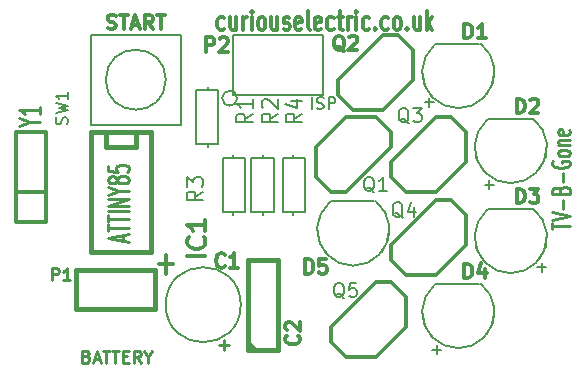
<source format=gto>
G04 #@! TF.GenerationSoftware,KiCad,Pcbnew,(5.1.0)-1*
G04 #@! TF.CreationDate,2020-04-07T09:07:39+01:00*
G04 #@! TF.ProjectId,TV_B_Gone_ML_v1_2,54565f42-5f47-46f6-9e65-5f4d4c5f7631,rev?*
G04 #@! TF.SameCoordinates,Original*
G04 #@! TF.FileFunction,Legend,Top*
G04 #@! TF.FilePolarity,Positive*
%FSLAX46Y46*%
G04 Gerber Fmt 4.6, Leading zero omitted, Abs format (unit mm)*
G04 Created by KiCad (PCBNEW (5.1.0)-1) date 2020-04-07 09:07:39*
%MOMM*%
%LPD*%
G04 APERTURE LIST*
%ADD10C,0.304800*%
%ADD11C,0.300000*%
%ADD12C,0.250190*%
%ADD13C,0.251460*%
%ADD14C,0.127000*%
%ADD15C,0.381000*%
%ADD16C,0.200000*%
%ADD17C,0.285750*%
%ADD18C,0.287020*%
%ADD19C,0.254000*%
%ADD20C,0.150000*%
%ADD21C,0.203200*%
%ADD22C,0.269240*%
G04 APERTURE END LIST*
D10*
X52759428Y-77869142D02*
X53920571Y-77869142D01*
X53340000Y-78643238D02*
X53340000Y-77095047D01*
D11*
X58287714Y-57924619D02*
X58173428Y-58000809D01*
X57944857Y-58000809D01*
X57830571Y-57924619D01*
X57773428Y-57848428D01*
X57716285Y-57696047D01*
X57716285Y-57238904D01*
X57773428Y-57086523D01*
X57830571Y-57010333D01*
X57944857Y-56934142D01*
X58173428Y-56934142D01*
X58287714Y-57010333D01*
X59316285Y-56934142D02*
X59316285Y-58000809D01*
X58802000Y-56934142D02*
X58802000Y-57772238D01*
X58859142Y-57924619D01*
X58973428Y-58000809D01*
X59144857Y-58000809D01*
X59259142Y-57924619D01*
X59316285Y-57848428D01*
X59887714Y-58000809D02*
X59887714Y-56934142D01*
X59887714Y-57238904D02*
X59944857Y-57086523D01*
X60002000Y-57010333D01*
X60116285Y-56934142D01*
X60230571Y-56934142D01*
X60630571Y-58000809D02*
X60630571Y-56934142D01*
X60630571Y-56400809D02*
X60573428Y-56477000D01*
X60630571Y-56553190D01*
X60687714Y-56477000D01*
X60630571Y-56400809D01*
X60630571Y-56553190D01*
X61373428Y-58000809D02*
X61259142Y-57924619D01*
X61202000Y-57848428D01*
X61144857Y-57696047D01*
X61144857Y-57238904D01*
X61202000Y-57086523D01*
X61259142Y-57010333D01*
X61373428Y-56934142D01*
X61544857Y-56934142D01*
X61659142Y-57010333D01*
X61716285Y-57086523D01*
X61773428Y-57238904D01*
X61773428Y-57696047D01*
X61716285Y-57848428D01*
X61659142Y-57924619D01*
X61544857Y-58000809D01*
X61373428Y-58000809D01*
X62802000Y-56934142D02*
X62802000Y-58000809D01*
X62287714Y-56934142D02*
X62287714Y-57772238D01*
X62344857Y-57924619D01*
X62459142Y-58000809D01*
X62630571Y-58000809D01*
X62744857Y-57924619D01*
X62802000Y-57848428D01*
X63316285Y-57924619D02*
X63430571Y-58000809D01*
X63659142Y-58000809D01*
X63773428Y-57924619D01*
X63830571Y-57772238D01*
X63830571Y-57696047D01*
X63773428Y-57543666D01*
X63659142Y-57467476D01*
X63487714Y-57467476D01*
X63373428Y-57391285D01*
X63316285Y-57238904D01*
X63316285Y-57162714D01*
X63373428Y-57010333D01*
X63487714Y-56934142D01*
X63659142Y-56934142D01*
X63773428Y-57010333D01*
X64802000Y-57924619D02*
X64687714Y-58000809D01*
X64459142Y-58000809D01*
X64344857Y-57924619D01*
X64287714Y-57772238D01*
X64287714Y-57162714D01*
X64344857Y-57010333D01*
X64459142Y-56934142D01*
X64687714Y-56934142D01*
X64802000Y-57010333D01*
X64859142Y-57162714D01*
X64859142Y-57315095D01*
X64287714Y-57467476D01*
X65544857Y-58000809D02*
X65430571Y-57924619D01*
X65373428Y-57772238D01*
X65373428Y-56400809D01*
X66459142Y-57924619D02*
X66344857Y-58000809D01*
X66116285Y-58000809D01*
X66002000Y-57924619D01*
X65944857Y-57772238D01*
X65944857Y-57162714D01*
X66002000Y-57010333D01*
X66116285Y-56934142D01*
X66344857Y-56934142D01*
X66459142Y-57010333D01*
X66516285Y-57162714D01*
X66516285Y-57315095D01*
X65944857Y-57467476D01*
X67544857Y-57924619D02*
X67430571Y-58000809D01*
X67202000Y-58000809D01*
X67087714Y-57924619D01*
X67030571Y-57848428D01*
X66973428Y-57696047D01*
X66973428Y-57238904D01*
X67030571Y-57086523D01*
X67087714Y-57010333D01*
X67202000Y-56934142D01*
X67430571Y-56934142D01*
X67544857Y-57010333D01*
X67887714Y-56934142D02*
X68344857Y-56934142D01*
X68059142Y-56400809D02*
X68059142Y-57772238D01*
X68116285Y-57924619D01*
X68230571Y-58000809D01*
X68344857Y-58000809D01*
X68744857Y-58000809D02*
X68744857Y-56934142D01*
X68744857Y-57238904D02*
X68802000Y-57086523D01*
X68859142Y-57010333D01*
X68973428Y-56934142D01*
X69087714Y-56934142D01*
X69487714Y-58000809D02*
X69487714Y-56934142D01*
X69487714Y-56400809D02*
X69430571Y-56477000D01*
X69487714Y-56553190D01*
X69544857Y-56477000D01*
X69487714Y-56400809D01*
X69487714Y-56553190D01*
X70573428Y-57924619D02*
X70459142Y-58000809D01*
X70230571Y-58000809D01*
X70116285Y-57924619D01*
X70059142Y-57848428D01*
X70002000Y-57696047D01*
X70002000Y-57238904D01*
X70059142Y-57086523D01*
X70116285Y-57010333D01*
X70230571Y-56934142D01*
X70459142Y-56934142D01*
X70573428Y-57010333D01*
X71087714Y-57848428D02*
X71144857Y-57924619D01*
X71087714Y-58000809D01*
X71030571Y-57924619D01*
X71087714Y-57848428D01*
X71087714Y-58000809D01*
X72173428Y-57924619D02*
X72059142Y-58000809D01*
X71830571Y-58000809D01*
X71716285Y-57924619D01*
X71659142Y-57848428D01*
X71602000Y-57696047D01*
X71602000Y-57238904D01*
X71659142Y-57086523D01*
X71716285Y-57010333D01*
X71830571Y-56934142D01*
X72059142Y-56934142D01*
X72173428Y-57010333D01*
X72859142Y-58000809D02*
X72744857Y-57924619D01*
X72687714Y-57848428D01*
X72630571Y-57696047D01*
X72630571Y-57238904D01*
X72687714Y-57086523D01*
X72744857Y-57010333D01*
X72859142Y-56934142D01*
X73030571Y-56934142D01*
X73144857Y-57010333D01*
X73202000Y-57086523D01*
X73259142Y-57238904D01*
X73259142Y-57696047D01*
X73202000Y-57848428D01*
X73144857Y-57924619D01*
X73030571Y-58000809D01*
X72859142Y-58000809D01*
X73773428Y-57848428D02*
X73830571Y-57924619D01*
X73773428Y-58000809D01*
X73716285Y-57924619D01*
X73773428Y-57848428D01*
X73773428Y-58000809D01*
X74859142Y-56934142D02*
X74859142Y-58000809D01*
X74344857Y-56934142D02*
X74344857Y-57772238D01*
X74402000Y-57924619D01*
X74516285Y-58000809D01*
X74687714Y-58000809D01*
X74802000Y-57924619D01*
X74859142Y-57848428D01*
X75430571Y-58000809D02*
X75430571Y-56400809D01*
X75544857Y-57391285D02*
X75887714Y-58000809D01*
X75887714Y-56934142D02*
X75430571Y-57543666D01*
D12*
X86045947Y-74900971D02*
X86045947Y-74329108D01*
X87547087Y-74615040D02*
X86045947Y-74615040D01*
X86045947Y-74138487D02*
X87547087Y-73804900D01*
X86045947Y-73471314D01*
X86975224Y-73137727D02*
X86975224Y-72375243D01*
X86760775Y-71565104D02*
X86832258Y-71422139D01*
X86903741Y-71374483D01*
X87046707Y-71326828D01*
X87261155Y-71326828D01*
X87404121Y-71374483D01*
X87475604Y-71422139D01*
X87547087Y-71517449D01*
X87547087Y-71898691D01*
X86045947Y-71898691D01*
X86045947Y-71565104D01*
X86117430Y-71469794D01*
X86188912Y-71422139D01*
X86331878Y-71374483D01*
X86474844Y-71374483D01*
X86617810Y-71422139D01*
X86689292Y-71469794D01*
X86760775Y-71565104D01*
X86760775Y-71898691D01*
X86975224Y-70897931D02*
X86975224Y-70135447D01*
X86117430Y-69134687D02*
X86045947Y-69229998D01*
X86045947Y-69372963D01*
X86117430Y-69515929D01*
X86260395Y-69611240D01*
X86403361Y-69658895D01*
X86689292Y-69706550D01*
X86903741Y-69706550D01*
X87189672Y-69658895D01*
X87332638Y-69611240D01*
X87475604Y-69515929D01*
X87547087Y-69372963D01*
X87547087Y-69277653D01*
X87475604Y-69134687D01*
X87404121Y-69087032D01*
X86903741Y-69087032D01*
X86903741Y-69277653D01*
X87547087Y-68515169D02*
X87475604Y-68610480D01*
X87404121Y-68658135D01*
X87261155Y-68705790D01*
X86832258Y-68705790D01*
X86689292Y-68658135D01*
X86617810Y-68610480D01*
X86546327Y-68515169D01*
X86546327Y-68372203D01*
X86617810Y-68276893D01*
X86689292Y-68229238D01*
X86832258Y-68181582D01*
X87261155Y-68181582D01*
X87404121Y-68229238D01*
X87475604Y-68276893D01*
X87547087Y-68372203D01*
X87547087Y-68515169D01*
X86546327Y-67752685D02*
X87547087Y-67752685D01*
X86689292Y-67752685D02*
X86617810Y-67705030D01*
X86546327Y-67609720D01*
X86546327Y-67466754D01*
X86617810Y-67371443D01*
X86760775Y-67323788D01*
X87547087Y-67323788D01*
X87475604Y-66465994D02*
X87547087Y-66561304D01*
X87547087Y-66751925D01*
X87475604Y-66847236D01*
X87332638Y-66894891D01*
X86760775Y-66894891D01*
X86617810Y-66847236D01*
X86546327Y-66751925D01*
X86546327Y-66561304D01*
X86617810Y-66465994D01*
X86760775Y-66418339D01*
X86903741Y-66418339D01*
X87046707Y-66894891D01*
D13*
D14*
X59690000Y-81280000D02*
G75*
G03X59690000Y-81280000I-3175000J0D01*
G01*
D15*
X60325000Y-85090000D02*
X62865000Y-85090000D01*
X62865000Y-85090000D02*
X62865000Y-77470000D01*
X62865000Y-77470000D02*
X60325000Y-77470000D01*
X60325000Y-77470000D02*
X60325000Y-85090000D01*
D10*
X60960000Y-85090000D02*
X60325000Y-84455000D01*
D16*
X67310000Y-72517000D02*
X67183000Y-72644000D01*
X67310000Y-72517000D02*
X70993000Y-72517000D01*
X71628000Y-76835000D02*
G75*
G03X71120000Y-72517000I-2413000J1905000D01*
G01*
X67183000Y-72644000D02*
G75*
G03X66929000Y-76962000I2032000J-2286000D01*
G01*
X69215000Y-77978000D02*
G75*
G03X72263000Y-74930000I0J3048000D01*
G01*
X66167000Y-74930000D02*
G75*
G03X69215000Y-77978000I3048000J0D01*
G01*
D15*
X50800000Y-66675000D02*
X50800000Y-67945000D01*
X50800000Y-67945000D02*
X48260000Y-67945000D01*
X48260000Y-67945000D02*
X48260000Y-66675000D01*
X52070000Y-66675000D02*
X52070000Y-76835000D01*
X52070000Y-76835000D02*
X46990000Y-76835000D01*
X46990000Y-76835000D02*
X46990000Y-66675000D01*
X46990000Y-66675000D02*
X52070000Y-66675000D01*
X52451000Y-78359000D02*
X45720000Y-78359000D01*
X45720000Y-78359000D02*
X45720000Y-81661000D01*
X45720000Y-81661000D02*
X52451000Y-81661000D01*
X52451000Y-81661000D02*
X52451000Y-78359000D01*
X45720000Y-81661000D02*
X45720000Y-78359000D01*
X52451000Y-78359000D02*
X52451000Y-81661000D01*
D16*
X59390000Y-63800000D02*
G75*
G03X59390000Y-63800000I-635000J0D01*
G01*
X59055000Y-58420000D02*
X66675000Y-58420000D01*
X66675000Y-58420000D02*
X66675000Y-63500000D01*
X66675000Y-63500000D02*
X59055000Y-63500000D01*
X59055000Y-63500000D02*
X59055000Y-58420000D01*
D10*
X68580000Y-71755000D02*
X72390000Y-67945000D01*
X72390000Y-67945000D02*
X72390000Y-66675000D01*
X72390000Y-66675000D02*
X71120000Y-65405000D01*
X71120000Y-65405000D02*
X68580000Y-65405000D01*
X68580000Y-65405000D02*
X66040000Y-67945000D01*
X66040000Y-67945000D02*
X66040000Y-70485000D01*
X66040000Y-70485000D02*
X67310000Y-71755000D01*
X67310000Y-71755000D02*
X68580000Y-71755000D01*
X71755000Y-58420000D02*
X67945000Y-62230000D01*
X67945000Y-62230000D02*
X67945000Y-63500000D01*
X67945000Y-63500000D02*
X69215000Y-64770000D01*
X69215000Y-64770000D02*
X71755000Y-64770000D01*
X71755000Y-64770000D02*
X74295000Y-62230000D01*
X74295000Y-62230000D02*
X74295000Y-59690000D01*
X74295000Y-59690000D02*
X73025000Y-58420000D01*
X73025000Y-58420000D02*
X71755000Y-58420000D01*
X76200000Y-65405000D02*
X72390000Y-69215000D01*
X72390000Y-69215000D02*
X72390000Y-70485000D01*
X72390000Y-70485000D02*
X73660000Y-71755000D01*
X73660000Y-71755000D02*
X76200000Y-71755000D01*
X76200000Y-71755000D02*
X78740000Y-69215000D01*
X78740000Y-69215000D02*
X78740000Y-66675000D01*
X78740000Y-66675000D02*
X77470000Y-65405000D01*
X77470000Y-65405000D02*
X76200000Y-65405000D01*
X76200000Y-72390000D02*
X72390000Y-76200000D01*
X72390000Y-76200000D02*
X72390000Y-77470000D01*
X72390000Y-77470000D02*
X73660000Y-78740000D01*
X73660000Y-78740000D02*
X76200000Y-78740000D01*
X76200000Y-78740000D02*
X78740000Y-76200000D01*
X78740000Y-76200000D02*
X78740000Y-73660000D01*
X78740000Y-73660000D02*
X77470000Y-72390000D01*
X77470000Y-72390000D02*
X76200000Y-72390000D01*
X71120000Y-79375000D02*
X67310000Y-83185000D01*
X67310000Y-83185000D02*
X67310000Y-84455000D01*
X67310000Y-84455000D02*
X68580000Y-85725000D01*
X68580000Y-85725000D02*
X71120000Y-85725000D01*
X71120000Y-85725000D02*
X73660000Y-83185000D01*
X73660000Y-83185000D02*
X73660000Y-80645000D01*
X73660000Y-80645000D02*
X72390000Y-79375000D01*
X72390000Y-79375000D02*
X71120000Y-79375000D01*
D16*
X59055000Y-68834000D02*
X59055000Y-68580000D01*
X59055000Y-73406000D02*
X59055000Y-73660000D01*
X60071000Y-68834000D02*
X58166000Y-68834000D01*
X58166000Y-68834000D02*
X58166000Y-73406000D01*
X58166000Y-73406000D02*
X60071000Y-73406000D01*
X60071000Y-73406000D02*
X60071000Y-68834000D01*
X61595000Y-73406000D02*
X61595000Y-73660000D01*
X61595000Y-68834000D02*
X61595000Y-68580000D01*
X60579000Y-73406000D02*
X62484000Y-73406000D01*
X62484000Y-73406000D02*
X62484000Y-68834000D01*
X62484000Y-68834000D02*
X60579000Y-68834000D01*
X60579000Y-68834000D02*
X60579000Y-73406000D01*
X56896000Y-67691000D02*
X56896000Y-67945000D01*
X56896000Y-63119000D02*
X56896000Y-62865000D01*
X55880000Y-67691000D02*
X57785000Y-67691000D01*
X57785000Y-67691000D02*
X57785000Y-63119000D01*
X57785000Y-63119000D02*
X55880000Y-63119000D01*
X55880000Y-63119000D02*
X55880000Y-67691000D01*
X64135000Y-68834000D02*
X64135000Y-68580000D01*
X64135000Y-73406000D02*
X64135000Y-73660000D01*
X65151000Y-68834000D02*
X63246000Y-68834000D01*
X63246000Y-68834000D02*
X63246000Y-73406000D01*
X63246000Y-73406000D02*
X65151000Y-73406000D01*
X65151000Y-73406000D02*
X65151000Y-68834000D01*
D14*
X53340000Y-62230000D02*
G75*
G03X53340000Y-62230000I-2540000J0D01*
G01*
X46990000Y-58420000D02*
X54610000Y-58420000D01*
X54610000Y-58420000D02*
X54610000Y-66040000D01*
X54610000Y-66040000D02*
X46990000Y-66040000D01*
X46990000Y-58420000D02*
X46990000Y-66040000D01*
D10*
X43180000Y-74295000D02*
X40640000Y-74295000D01*
X40640000Y-74295000D02*
X40640000Y-66675000D01*
X40640000Y-66675000D02*
X43180000Y-66675000D01*
X43180000Y-66675000D02*
X43180000Y-74295000D01*
X40640000Y-71755000D02*
X43180000Y-71755000D01*
D16*
X76200000Y-79502000D02*
X76073000Y-79629000D01*
X76200000Y-79502000D02*
X79883000Y-79502000D01*
X80518000Y-83820000D02*
G75*
G03X80010000Y-79502000I-2413000J1905000D01*
G01*
X76073000Y-79629000D02*
G75*
G03X75819000Y-83947000I2032000J-2286000D01*
G01*
X78105000Y-84963000D02*
G75*
G03X81153000Y-81915000I0J3048000D01*
G01*
X75057000Y-81915000D02*
G75*
G03X78105000Y-84963000I3048000J0D01*
G01*
X80645000Y-73152000D02*
X80518000Y-73279000D01*
X80645000Y-73152000D02*
X84328000Y-73152000D01*
X84963000Y-77470000D02*
G75*
G03X84455000Y-73152000I-2413000J1905000D01*
G01*
X80518000Y-73279000D02*
G75*
G03X80264000Y-77597000I2032000J-2286000D01*
G01*
X82550000Y-78613000D02*
G75*
G03X85598000Y-75565000I0J3048000D01*
G01*
X79502000Y-75565000D02*
G75*
G03X82550000Y-78613000I3048000J0D01*
G01*
X80645000Y-65532000D02*
X80518000Y-65659000D01*
X80645000Y-65532000D02*
X84328000Y-65532000D01*
X84963000Y-69850000D02*
G75*
G03X84455000Y-65532000I-2413000J1905000D01*
G01*
X80518000Y-65659000D02*
G75*
G03X80264000Y-69977000I2032000J-2286000D01*
G01*
X82550000Y-70993000D02*
G75*
G03X85598000Y-67945000I0J3048000D01*
G01*
X79502000Y-67945000D02*
G75*
G03X82550000Y-70993000I3048000J0D01*
G01*
X76200000Y-59182000D02*
X76073000Y-59309000D01*
X76200000Y-59182000D02*
X79883000Y-59182000D01*
X80518000Y-63500000D02*
G75*
G03X80010000Y-59182000I-2413000J1905000D01*
G01*
X76073000Y-59309000D02*
G75*
G03X75819000Y-63627000I2032000J-2286000D01*
G01*
X78105000Y-64643000D02*
G75*
G03X81153000Y-61595000I0J3048000D01*
G01*
X75057000Y-61595000D02*
G75*
G03X78105000Y-64643000I3048000J0D01*
G01*
D11*
X58347000Y-78025571D02*
X58289857Y-78082714D01*
X58118428Y-78139857D01*
X58004142Y-78139857D01*
X57832714Y-78082714D01*
X57718428Y-77968428D01*
X57661285Y-77854142D01*
X57604142Y-77625571D01*
X57604142Y-77454142D01*
X57661285Y-77225571D01*
X57718428Y-77111285D01*
X57832714Y-76997000D01*
X58004142Y-76939857D01*
X58118428Y-76939857D01*
X58289857Y-76997000D01*
X58347000Y-77054142D01*
X59489857Y-78139857D02*
X58804142Y-78139857D01*
X59147000Y-78139857D02*
X59147000Y-76939857D01*
X59032714Y-77111285D01*
X58918428Y-77225571D01*
X58804142Y-77282714D01*
D17*
X58247642Y-85144428D02*
X58247642Y-84273571D01*
X58683071Y-84709000D02*
X57812214Y-84709000D01*
D18*
D11*
X64563571Y-83893000D02*
X64620714Y-83950142D01*
X64677857Y-84121571D01*
X64677857Y-84235857D01*
X64620714Y-84407285D01*
X64506428Y-84521571D01*
X64392142Y-84578714D01*
X64163571Y-84635857D01*
X63992142Y-84635857D01*
X63763571Y-84578714D01*
X63649285Y-84521571D01*
X63535000Y-84407285D01*
X63477857Y-84235857D01*
X63477857Y-84121571D01*
X63535000Y-83950142D01*
X63592142Y-83893000D01*
X63592142Y-83435857D02*
X63535000Y-83378714D01*
X63477857Y-83264428D01*
X63477857Y-82978714D01*
X63535000Y-82864428D01*
X63592142Y-82807285D01*
X63706428Y-82750142D01*
X63820714Y-82750142D01*
X63992142Y-82807285D01*
X64677857Y-83493000D01*
X64677857Y-82750142D01*
X65154285Y-78647857D02*
X65154285Y-77447857D01*
X65440000Y-77447857D01*
X65611428Y-77505000D01*
X65725714Y-77619285D01*
X65782857Y-77733571D01*
X65840000Y-77962142D01*
X65840000Y-78133571D01*
X65782857Y-78362142D01*
X65725714Y-78476428D01*
X65611428Y-78590714D01*
X65440000Y-78647857D01*
X65154285Y-78647857D01*
X66925714Y-77447857D02*
X66354285Y-77447857D01*
X66297142Y-78019285D01*
X66354285Y-77962142D01*
X66468571Y-77905000D01*
X66754285Y-77905000D01*
X66868571Y-77962142D01*
X66925714Y-78019285D01*
X66982857Y-78133571D01*
X66982857Y-78419285D01*
X66925714Y-78533571D01*
X66868571Y-78590714D01*
X66754285Y-78647857D01*
X66468571Y-78647857D01*
X66354285Y-78590714D01*
X66297142Y-78533571D01*
D10*
X56696428Y-77179714D02*
X55172428Y-77179714D01*
X56551285Y-75583142D02*
X56623857Y-75655714D01*
X56696428Y-75873428D01*
X56696428Y-76018571D01*
X56623857Y-76236285D01*
X56478714Y-76381428D01*
X56333571Y-76454000D01*
X56043285Y-76526571D01*
X55825571Y-76526571D01*
X55535285Y-76454000D01*
X55390142Y-76381428D01*
X55245000Y-76236285D01*
X55172428Y-76018571D01*
X55172428Y-75873428D01*
X55245000Y-75655714D01*
X55317571Y-75583142D01*
X56696428Y-74131714D02*
X56696428Y-75002571D01*
X56696428Y-74567142D02*
X55172428Y-74567142D01*
X55390142Y-74712285D01*
X55535285Y-74857428D01*
X55607857Y-75002571D01*
D19*
X49699333Y-75837142D02*
X49699333Y-75353333D01*
X50207333Y-75933904D02*
X48429333Y-75595238D01*
X50207333Y-75256571D01*
X48429333Y-75063047D02*
X48429333Y-74482476D01*
X50207333Y-74772761D02*
X48429333Y-74772761D01*
X48429333Y-74288952D02*
X48429333Y-73708380D01*
X50207333Y-73998666D02*
X48429333Y-73998666D01*
X50207333Y-73369714D02*
X48429333Y-73369714D01*
X50207333Y-72885904D02*
X48429333Y-72885904D01*
X50207333Y-72305333D01*
X48429333Y-72305333D01*
X49360666Y-71628000D02*
X50207333Y-71628000D01*
X48429333Y-71966666D02*
X49360666Y-71628000D01*
X48429333Y-71289333D01*
X49191333Y-70805523D02*
X49106666Y-70902285D01*
X49022000Y-70950666D01*
X48852666Y-70999047D01*
X48768000Y-70999047D01*
X48598666Y-70950666D01*
X48514000Y-70902285D01*
X48429333Y-70805523D01*
X48429333Y-70612000D01*
X48514000Y-70515238D01*
X48598666Y-70466857D01*
X48768000Y-70418476D01*
X48852666Y-70418476D01*
X49022000Y-70466857D01*
X49106666Y-70515238D01*
X49191333Y-70612000D01*
X49191333Y-70805523D01*
X49276000Y-70902285D01*
X49360666Y-70950666D01*
X49530000Y-70999047D01*
X49868666Y-70999047D01*
X50038000Y-70950666D01*
X50122666Y-70902285D01*
X50207333Y-70805523D01*
X50207333Y-70612000D01*
X50122666Y-70515238D01*
X50038000Y-70466857D01*
X49868666Y-70418476D01*
X49530000Y-70418476D01*
X49360666Y-70466857D01*
X49276000Y-70515238D01*
X49191333Y-70612000D01*
X48429333Y-69499238D02*
X48429333Y-69983047D01*
X49276000Y-70031428D01*
X49191333Y-69983047D01*
X49106666Y-69886285D01*
X49106666Y-69644380D01*
X49191333Y-69547619D01*
X49276000Y-69499238D01*
X49445333Y-69450857D01*
X49868666Y-69450857D01*
X50038000Y-69499238D01*
X50122666Y-69547619D01*
X50207333Y-69644380D01*
X50207333Y-69886285D01*
X50122666Y-69983047D01*
X50038000Y-70031428D01*
X43700095Y-79199619D02*
X43700095Y-78183619D01*
X44087142Y-78183619D01*
X44183904Y-78232000D01*
X44232285Y-78280380D01*
X44280666Y-78377142D01*
X44280666Y-78522285D01*
X44232285Y-78619047D01*
X44183904Y-78667428D01*
X44087142Y-78715809D01*
X43700095Y-78715809D01*
X45248285Y-79199619D02*
X44667714Y-79199619D01*
X44958000Y-79199619D02*
X44958000Y-78183619D01*
X44861238Y-78328761D01*
X44764476Y-78425523D01*
X44667714Y-78473904D01*
X46609000Y-85652428D02*
X46754142Y-85700809D01*
X46802523Y-85749190D01*
X46850904Y-85845952D01*
X46850904Y-85991095D01*
X46802523Y-86087857D01*
X46754142Y-86136238D01*
X46657380Y-86184619D01*
X46270333Y-86184619D01*
X46270333Y-85168619D01*
X46609000Y-85168619D01*
X46705761Y-85217000D01*
X46754142Y-85265380D01*
X46802523Y-85362142D01*
X46802523Y-85458904D01*
X46754142Y-85555666D01*
X46705761Y-85604047D01*
X46609000Y-85652428D01*
X46270333Y-85652428D01*
X47237952Y-85894333D02*
X47721761Y-85894333D01*
X47141190Y-86184619D02*
X47479857Y-85168619D01*
X47818523Y-86184619D01*
X48012047Y-85168619D02*
X48592619Y-85168619D01*
X48302333Y-86184619D02*
X48302333Y-85168619D01*
X48786142Y-85168619D02*
X49366714Y-85168619D01*
X49076428Y-86184619D02*
X49076428Y-85168619D01*
X49705380Y-85652428D02*
X50044047Y-85652428D01*
X50189190Y-86184619D02*
X49705380Y-86184619D01*
X49705380Y-85168619D01*
X50189190Y-85168619D01*
X51205190Y-86184619D02*
X50866523Y-85700809D01*
X50624619Y-86184619D02*
X50624619Y-85168619D01*
X51011666Y-85168619D01*
X51108428Y-85217000D01*
X51156809Y-85265380D01*
X51205190Y-85362142D01*
X51205190Y-85507285D01*
X51156809Y-85604047D01*
X51108428Y-85652428D01*
X51011666Y-85700809D01*
X50624619Y-85700809D01*
X51834142Y-85700809D02*
X51834142Y-86184619D01*
X51495476Y-85168619D02*
X51834142Y-85700809D01*
X52172809Y-85168619D01*
D11*
X56772285Y-59851857D02*
X56772285Y-58651857D01*
X57229428Y-58651857D01*
X57343714Y-58709000D01*
X57400857Y-58766142D01*
X57458000Y-58880428D01*
X57458000Y-59051857D01*
X57400857Y-59166142D01*
X57343714Y-59223285D01*
X57229428Y-59280428D01*
X56772285Y-59280428D01*
X57915142Y-58766142D02*
X57972285Y-58709000D01*
X58086571Y-58651857D01*
X58372285Y-58651857D01*
X58486571Y-58709000D01*
X58543714Y-58766142D01*
X58600857Y-58880428D01*
X58600857Y-58994714D01*
X58543714Y-59166142D01*
X57858000Y-59851857D01*
X58600857Y-59851857D01*
D20*
X65698809Y-64714380D02*
X65698809Y-63714380D01*
X66127380Y-64666761D02*
X66270238Y-64714380D01*
X66508333Y-64714380D01*
X66603571Y-64666761D01*
X66651190Y-64619142D01*
X66698809Y-64523904D01*
X66698809Y-64428666D01*
X66651190Y-64333428D01*
X66603571Y-64285809D01*
X66508333Y-64238190D01*
X66317857Y-64190571D01*
X66222619Y-64142952D01*
X66175000Y-64095333D01*
X66127380Y-64000095D01*
X66127380Y-63904857D01*
X66175000Y-63809619D01*
X66222619Y-63762000D01*
X66317857Y-63714380D01*
X66555952Y-63714380D01*
X66698809Y-63762000D01*
X67127380Y-64714380D02*
X67127380Y-63714380D01*
X67508333Y-63714380D01*
X67603571Y-63762000D01*
X67651190Y-63809619D01*
X67698809Y-63904857D01*
X67698809Y-64047714D01*
X67651190Y-64142952D01*
X67603571Y-64190571D01*
X67508333Y-64238190D01*
X67127380Y-64238190D01*
D21*
X71005714Y-71777142D02*
X70891428Y-71720000D01*
X70777142Y-71605714D01*
X70605714Y-71434285D01*
X70491428Y-71377142D01*
X70377142Y-71377142D01*
X70434285Y-71662857D02*
X70320000Y-71605714D01*
X70205714Y-71491428D01*
X70148571Y-71262857D01*
X70148571Y-70862857D01*
X70205714Y-70634285D01*
X70320000Y-70520000D01*
X70434285Y-70462857D01*
X70662857Y-70462857D01*
X70777142Y-70520000D01*
X70891428Y-70634285D01*
X70948571Y-70862857D01*
X70948571Y-71262857D01*
X70891428Y-71491428D01*
X70777142Y-71605714D01*
X70662857Y-71662857D01*
X70434285Y-71662857D01*
X72091428Y-71662857D02*
X71405714Y-71662857D01*
X71748571Y-71662857D02*
X71748571Y-70462857D01*
X71634285Y-70634285D01*
X71520000Y-70748571D01*
X71405714Y-70805714D01*
D11*
X68465714Y-59839142D02*
X68351428Y-59782000D01*
X68237142Y-59667714D01*
X68065714Y-59496285D01*
X67951428Y-59439142D01*
X67837142Y-59439142D01*
X67894285Y-59724857D02*
X67780000Y-59667714D01*
X67665714Y-59553428D01*
X67608571Y-59324857D01*
X67608571Y-58924857D01*
X67665714Y-58696285D01*
X67780000Y-58582000D01*
X67894285Y-58524857D01*
X68122857Y-58524857D01*
X68237142Y-58582000D01*
X68351428Y-58696285D01*
X68408571Y-58924857D01*
X68408571Y-59324857D01*
X68351428Y-59553428D01*
X68237142Y-59667714D01*
X68122857Y-59724857D01*
X67894285Y-59724857D01*
X68865714Y-58639142D02*
X68922857Y-58582000D01*
X69037142Y-58524857D01*
X69322857Y-58524857D01*
X69437142Y-58582000D01*
X69494285Y-58639142D01*
X69551428Y-58753428D01*
X69551428Y-58867714D01*
X69494285Y-59039142D01*
X68808571Y-59724857D01*
X69551428Y-59724857D01*
D21*
X73926714Y-65935142D02*
X73812428Y-65878000D01*
X73698142Y-65763714D01*
X73526714Y-65592285D01*
X73412428Y-65535142D01*
X73298142Y-65535142D01*
X73355285Y-65820857D02*
X73241000Y-65763714D01*
X73126714Y-65649428D01*
X73069571Y-65420857D01*
X73069571Y-65020857D01*
X73126714Y-64792285D01*
X73241000Y-64678000D01*
X73355285Y-64620857D01*
X73583857Y-64620857D01*
X73698142Y-64678000D01*
X73812428Y-64792285D01*
X73869571Y-65020857D01*
X73869571Y-65420857D01*
X73812428Y-65649428D01*
X73698142Y-65763714D01*
X73583857Y-65820857D01*
X73355285Y-65820857D01*
X74269571Y-64620857D02*
X75012428Y-64620857D01*
X74612428Y-65078000D01*
X74783857Y-65078000D01*
X74898142Y-65135142D01*
X74955285Y-65192285D01*
X75012428Y-65306571D01*
X75012428Y-65592285D01*
X74955285Y-65706571D01*
X74898142Y-65763714D01*
X74783857Y-65820857D01*
X74441000Y-65820857D01*
X74326714Y-65763714D01*
X74269571Y-65706571D01*
X73418714Y-73936142D02*
X73304428Y-73879000D01*
X73190142Y-73764714D01*
X73018714Y-73593285D01*
X72904428Y-73536142D01*
X72790142Y-73536142D01*
X72847285Y-73821857D02*
X72733000Y-73764714D01*
X72618714Y-73650428D01*
X72561571Y-73421857D01*
X72561571Y-73021857D01*
X72618714Y-72793285D01*
X72733000Y-72679000D01*
X72847285Y-72621857D01*
X73075857Y-72621857D01*
X73190142Y-72679000D01*
X73304428Y-72793285D01*
X73361571Y-73021857D01*
X73361571Y-73421857D01*
X73304428Y-73650428D01*
X73190142Y-73764714D01*
X73075857Y-73821857D01*
X72847285Y-73821857D01*
X74390142Y-73021857D02*
X74390142Y-73821857D01*
X74104428Y-72564714D02*
X73818714Y-73421857D01*
X74561571Y-73421857D01*
X68453014Y-80743342D02*
X68338728Y-80686200D01*
X68224442Y-80571914D01*
X68053014Y-80400485D01*
X67938728Y-80343342D01*
X67824442Y-80343342D01*
X67881585Y-80629057D02*
X67767300Y-80571914D01*
X67653014Y-80457628D01*
X67595871Y-80229057D01*
X67595871Y-79829057D01*
X67653014Y-79600485D01*
X67767300Y-79486200D01*
X67881585Y-79429057D01*
X68110157Y-79429057D01*
X68224442Y-79486200D01*
X68338728Y-79600485D01*
X68395871Y-79829057D01*
X68395871Y-80229057D01*
X68338728Y-80457628D01*
X68224442Y-80571914D01*
X68110157Y-80629057D01*
X67881585Y-80629057D01*
X69481585Y-79429057D02*
X68910157Y-79429057D01*
X68853014Y-80000485D01*
X68910157Y-79943342D01*
X69024442Y-79886200D01*
X69310157Y-79886200D01*
X69424442Y-79943342D01*
X69481585Y-80000485D01*
X69538728Y-80114771D01*
X69538728Y-80400485D01*
X69481585Y-80514771D01*
X69424442Y-80571914D01*
X69310157Y-80629057D01*
X69024442Y-80629057D01*
X68910157Y-80571914D01*
X68853014Y-80514771D01*
X60702976Y-65108666D02*
X60037738Y-65532000D01*
X60702976Y-65834380D02*
X59305976Y-65834380D01*
X59305976Y-65350571D01*
X59372500Y-65229619D01*
X59439023Y-65169142D01*
X59572071Y-65108666D01*
X59771642Y-65108666D01*
X59904690Y-65169142D01*
X59971214Y-65229619D01*
X60037738Y-65350571D01*
X60037738Y-65834380D01*
X60702976Y-63899142D02*
X60702976Y-64624857D01*
X60702976Y-64262000D02*
X59305976Y-64262000D01*
X59505547Y-64382952D01*
X59638595Y-64503904D01*
X59705119Y-64624857D01*
X62861976Y-65108666D02*
X62196738Y-65532000D01*
X62861976Y-65834380D02*
X61464976Y-65834380D01*
X61464976Y-65350571D01*
X61531500Y-65229619D01*
X61598023Y-65169142D01*
X61731071Y-65108666D01*
X61930642Y-65108666D01*
X62063690Y-65169142D01*
X62130214Y-65229619D01*
X62196738Y-65350571D01*
X62196738Y-65834380D01*
X61598023Y-64624857D02*
X61531500Y-64564380D01*
X61464976Y-64443428D01*
X61464976Y-64141047D01*
X61531500Y-64020095D01*
X61598023Y-63959619D01*
X61731071Y-63899142D01*
X61864119Y-63899142D01*
X62063690Y-63959619D01*
X62861976Y-64685333D01*
X62861976Y-63899142D01*
X56511976Y-71712666D02*
X55846738Y-72136000D01*
X56511976Y-72438380D02*
X55114976Y-72438380D01*
X55114976Y-71954571D01*
X55181500Y-71833619D01*
X55248023Y-71773142D01*
X55381071Y-71712666D01*
X55580642Y-71712666D01*
X55713690Y-71773142D01*
X55780214Y-71833619D01*
X55846738Y-71954571D01*
X55846738Y-72438380D01*
X55114976Y-71289333D02*
X55114976Y-70503142D01*
X55647166Y-70926476D01*
X55647166Y-70745047D01*
X55713690Y-70624095D01*
X55780214Y-70563619D01*
X55913261Y-70503142D01*
X56245880Y-70503142D01*
X56378928Y-70563619D01*
X56445452Y-70624095D01*
X56511976Y-70745047D01*
X56511976Y-71107904D01*
X56445452Y-71228857D01*
X56378928Y-71289333D01*
X64893976Y-65108666D02*
X64228738Y-65532000D01*
X64893976Y-65834380D02*
X63496976Y-65834380D01*
X63496976Y-65350571D01*
X63563500Y-65229619D01*
X63630023Y-65169142D01*
X63763071Y-65108666D01*
X63962642Y-65108666D01*
X64095690Y-65169142D01*
X64162214Y-65229619D01*
X64228738Y-65350571D01*
X64228738Y-65834380D01*
X63962642Y-64020095D02*
X64893976Y-64020095D01*
X63430452Y-64322476D02*
X64428309Y-64624857D01*
X64428309Y-63838666D01*
X44988238Y-65997666D02*
X45036619Y-65852523D01*
X45036619Y-65610619D01*
X44988238Y-65513857D01*
X44939857Y-65465476D01*
X44843095Y-65417095D01*
X44746333Y-65417095D01*
X44649571Y-65465476D01*
X44601190Y-65513857D01*
X44552809Y-65610619D01*
X44504428Y-65804142D01*
X44456047Y-65900904D01*
X44407666Y-65949285D01*
X44310904Y-65997666D01*
X44214142Y-65997666D01*
X44117380Y-65949285D01*
X44069000Y-65900904D01*
X44020619Y-65804142D01*
X44020619Y-65562238D01*
X44069000Y-65417095D01*
X44020619Y-65078428D02*
X45036619Y-64836523D01*
X44310904Y-64643000D01*
X45036619Y-64449476D01*
X44020619Y-64207571D01*
X45036619Y-63288333D02*
X45036619Y-63868904D01*
X45036619Y-63578619D02*
X44020619Y-63578619D01*
X44165761Y-63675380D01*
X44262523Y-63772142D01*
X44310904Y-63868904D01*
D11*
X48428571Y-57889714D02*
X48600000Y-57946857D01*
X48885714Y-57946857D01*
X49000000Y-57889714D01*
X49057142Y-57832571D01*
X49114285Y-57718285D01*
X49114285Y-57604000D01*
X49057142Y-57489714D01*
X49000000Y-57432571D01*
X48885714Y-57375428D01*
X48657142Y-57318285D01*
X48542857Y-57261142D01*
X48485714Y-57204000D01*
X48428571Y-57089714D01*
X48428571Y-56975428D01*
X48485714Y-56861142D01*
X48542857Y-56804000D01*
X48657142Y-56746857D01*
X48942857Y-56746857D01*
X49114285Y-56804000D01*
X49457142Y-56746857D02*
X50142857Y-56746857D01*
X49800000Y-57946857D02*
X49800000Y-56746857D01*
X50485714Y-57604000D02*
X51057142Y-57604000D01*
X50371428Y-57946857D02*
X50771428Y-56746857D01*
X51171428Y-57946857D01*
X52257142Y-57946857D02*
X51857142Y-57375428D01*
X51571428Y-57946857D02*
X51571428Y-56746857D01*
X52028571Y-56746857D01*
X52142857Y-56804000D01*
X52200000Y-56861142D01*
X52257142Y-56975428D01*
X52257142Y-57146857D01*
X52200000Y-57261142D01*
X52142857Y-57318285D01*
X52028571Y-57375428D01*
X51571428Y-57375428D01*
X52600000Y-56746857D02*
X53285714Y-56746857D01*
X52942857Y-57946857D02*
X52942857Y-56746857D01*
D22*
X41867364Y-65790838D02*
X42720078Y-65790838D01*
X40929378Y-66149824D02*
X41867364Y-65790838D01*
X40929378Y-65431851D01*
X42720078Y-64508742D02*
X42720078Y-65124148D01*
X42720078Y-64816445D02*
X40929378Y-64816445D01*
X41185192Y-64919013D01*
X41355735Y-65021580D01*
X41441007Y-65124148D01*
D11*
X78616285Y-79028857D02*
X78616285Y-77828857D01*
X78902000Y-77828857D01*
X79073428Y-77886000D01*
X79187714Y-78000285D01*
X79244857Y-78114571D01*
X79302000Y-78343142D01*
X79302000Y-78514571D01*
X79244857Y-78743142D01*
X79187714Y-78857428D01*
X79073428Y-78971714D01*
X78902000Y-79028857D01*
X78616285Y-79028857D01*
X80330571Y-78228857D02*
X80330571Y-79028857D01*
X80044857Y-77771714D02*
X79759142Y-78628857D01*
X80502000Y-78628857D01*
D20*
X76271428Y-85470952D02*
X76271428Y-84709047D01*
X76652380Y-85090000D02*
X75890476Y-85090000D01*
D11*
X83061285Y-72678857D02*
X83061285Y-71478857D01*
X83347000Y-71478857D01*
X83518428Y-71536000D01*
X83632714Y-71650285D01*
X83689857Y-71764571D01*
X83747000Y-71993142D01*
X83747000Y-72164571D01*
X83689857Y-72393142D01*
X83632714Y-72507428D01*
X83518428Y-72621714D01*
X83347000Y-72678857D01*
X83061285Y-72678857D01*
X84147000Y-71478857D02*
X84889857Y-71478857D01*
X84489857Y-71936000D01*
X84661285Y-71936000D01*
X84775571Y-71993142D01*
X84832714Y-72050285D01*
X84889857Y-72164571D01*
X84889857Y-72450285D01*
X84832714Y-72564571D01*
X84775571Y-72621714D01*
X84661285Y-72678857D01*
X84318428Y-72678857D01*
X84204142Y-72621714D01*
X84147000Y-72564571D01*
D20*
X85161428Y-78485952D02*
X85161428Y-77724047D01*
X85542380Y-78105000D02*
X84780476Y-78105000D01*
D11*
X83061285Y-65058857D02*
X83061285Y-63858857D01*
X83347000Y-63858857D01*
X83518428Y-63916000D01*
X83632714Y-64030285D01*
X83689857Y-64144571D01*
X83747000Y-64373142D01*
X83747000Y-64544571D01*
X83689857Y-64773142D01*
X83632714Y-64887428D01*
X83518428Y-65001714D01*
X83347000Y-65058857D01*
X83061285Y-65058857D01*
X84204142Y-63973142D02*
X84261285Y-63916000D01*
X84375571Y-63858857D01*
X84661285Y-63858857D01*
X84775571Y-63916000D01*
X84832714Y-63973142D01*
X84889857Y-64087428D01*
X84889857Y-64201714D01*
X84832714Y-64373142D01*
X84147000Y-65058857D01*
X84889857Y-65058857D01*
D20*
X80716428Y-71500952D02*
X80716428Y-70739047D01*
X81097380Y-71120000D02*
X80335476Y-71120000D01*
D11*
X78616285Y-58708857D02*
X78616285Y-57508857D01*
X78902000Y-57508857D01*
X79073428Y-57566000D01*
X79187714Y-57680285D01*
X79244857Y-57794571D01*
X79302000Y-58023142D01*
X79302000Y-58194571D01*
X79244857Y-58423142D01*
X79187714Y-58537428D01*
X79073428Y-58651714D01*
X78902000Y-58708857D01*
X78616285Y-58708857D01*
X80444857Y-58708857D02*
X79759142Y-58708857D01*
X80102000Y-58708857D02*
X80102000Y-57508857D01*
X79987714Y-57680285D01*
X79873428Y-57794571D01*
X79759142Y-57851714D01*
D20*
X75636428Y-64515952D02*
X75636428Y-63754047D01*
X76017380Y-64135000D02*
X75255476Y-64135000D01*
M02*

</source>
